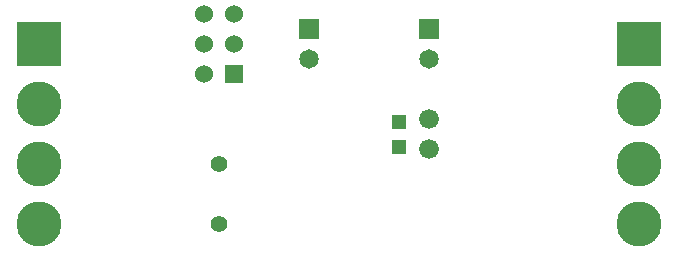
<source format=gbr>
G04 (created by PCBNEW (2013-07-07 BZR 4022)-stable) date 30.7.2014 11:24:54*
%MOIN*%
G04 Gerber Fmt 3.4, Leading zero omitted, Abs format*
%FSLAX34Y34*%
G01*
G70*
G90*
G04 APERTURE LIST*
%ADD10C,0.00590551*%
%ADD11R,0.06X0.06*%
%ADD12C,0.06*%
%ADD13C,0.056*%
%ADD14R,0.065X0.065*%
%ADD15C,0.065*%
%ADD16C,0.15*%
%ADD17R,0.15X0.15*%
%ADD18C,0.066*%
%ADD19R,0.0472X0.0472*%
G04 APERTURE END LIST*
G54D10*
G54D11*
X20000Y-13000D03*
G54D12*
X19000Y-13000D03*
X20000Y-12000D03*
X19000Y-12000D03*
X20000Y-11000D03*
X19000Y-11000D03*
G54D13*
X19500Y-16000D03*
X19500Y-18000D03*
G54D14*
X26500Y-11500D03*
G54D15*
X26500Y-12500D03*
G54D14*
X22500Y-11500D03*
G54D15*
X22500Y-12500D03*
G54D16*
X13500Y-14000D03*
X13500Y-16000D03*
G54D17*
X13500Y-12000D03*
G54D16*
X13500Y-18000D03*
X33500Y-14000D03*
X33500Y-16000D03*
G54D17*
X33500Y-12000D03*
G54D16*
X33500Y-18000D03*
G54D18*
X26500Y-15500D03*
X26500Y-14500D03*
G54D19*
X25500Y-15413D03*
X25500Y-14587D03*
M02*

</source>
